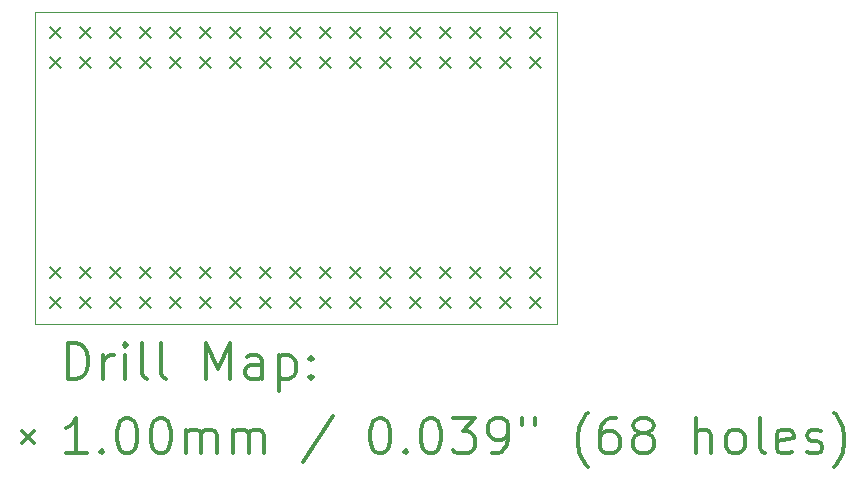
<source format=gbr>
%FSLAX45Y45*%
G04 Gerber Fmt 4.5, Leading zero omitted, Abs format (unit mm)*
G04 Created by KiCad (PCBNEW (5.1.6)-1) date 2022-09-19 12:58:51*
%MOMM*%
%LPD*%
G01*
G04 APERTURE LIST*
%TA.AperFunction,Profile*%
%ADD10C,0.050000*%
%TD*%
%ADD11C,0.200000*%
%ADD12C,0.300000*%
G04 APERTURE END LIST*
D10*
X12954000Y-8496300D02*
X17373600Y-8496300D01*
X12954000Y-11137900D02*
X12954000Y-8496300D01*
X17373600Y-11137900D02*
X12954000Y-11137900D01*
X17373600Y-8496300D02*
X17373600Y-11137900D01*
D11*
X13081800Y-10656100D02*
X13181800Y-10756100D01*
X13181800Y-10656100D02*
X13081800Y-10756100D01*
X13081800Y-10910100D02*
X13181800Y-11010100D01*
X13181800Y-10910100D02*
X13081800Y-11010100D01*
X13335800Y-10656100D02*
X13435800Y-10756100D01*
X13435800Y-10656100D02*
X13335800Y-10756100D01*
X13335800Y-10910100D02*
X13435800Y-11010100D01*
X13435800Y-10910100D02*
X13335800Y-11010100D01*
X13589800Y-10656100D02*
X13689800Y-10756100D01*
X13689800Y-10656100D02*
X13589800Y-10756100D01*
X13589800Y-10910100D02*
X13689800Y-11010100D01*
X13689800Y-10910100D02*
X13589800Y-11010100D01*
X13843800Y-10656100D02*
X13943800Y-10756100D01*
X13943800Y-10656100D02*
X13843800Y-10756100D01*
X13843800Y-10910100D02*
X13943800Y-11010100D01*
X13943800Y-10910100D02*
X13843800Y-11010100D01*
X14097800Y-10656100D02*
X14197800Y-10756100D01*
X14197800Y-10656100D02*
X14097800Y-10756100D01*
X14097800Y-10910100D02*
X14197800Y-11010100D01*
X14197800Y-10910100D02*
X14097800Y-11010100D01*
X14351800Y-10656100D02*
X14451800Y-10756100D01*
X14451800Y-10656100D02*
X14351800Y-10756100D01*
X14351800Y-10910100D02*
X14451800Y-11010100D01*
X14451800Y-10910100D02*
X14351800Y-11010100D01*
X14605800Y-10656100D02*
X14705800Y-10756100D01*
X14705800Y-10656100D02*
X14605800Y-10756100D01*
X14605800Y-10910100D02*
X14705800Y-11010100D01*
X14705800Y-10910100D02*
X14605800Y-11010100D01*
X14859800Y-10656100D02*
X14959800Y-10756100D01*
X14959800Y-10656100D02*
X14859800Y-10756100D01*
X14859800Y-10910100D02*
X14959800Y-11010100D01*
X14959800Y-10910100D02*
X14859800Y-11010100D01*
X15113800Y-10656100D02*
X15213800Y-10756100D01*
X15213800Y-10656100D02*
X15113800Y-10756100D01*
X15113800Y-10910100D02*
X15213800Y-11010100D01*
X15213800Y-10910100D02*
X15113800Y-11010100D01*
X15367800Y-10656100D02*
X15467800Y-10756100D01*
X15467800Y-10656100D02*
X15367800Y-10756100D01*
X15367800Y-10910100D02*
X15467800Y-11010100D01*
X15467800Y-10910100D02*
X15367800Y-11010100D01*
X15621800Y-10656100D02*
X15721800Y-10756100D01*
X15721800Y-10656100D02*
X15621800Y-10756100D01*
X15621800Y-10910100D02*
X15721800Y-11010100D01*
X15721800Y-10910100D02*
X15621800Y-11010100D01*
X15875800Y-10656100D02*
X15975800Y-10756100D01*
X15975800Y-10656100D02*
X15875800Y-10756100D01*
X15875800Y-10910100D02*
X15975800Y-11010100D01*
X15975800Y-10910100D02*
X15875800Y-11010100D01*
X16129800Y-10656100D02*
X16229800Y-10756100D01*
X16229800Y-10656100D02*
X16129800Y-10756100D01*
X16129800Y-10910100D02*
X16229800Y-11010100D01*
X16229800Y-10910100D02*
X16129800Y-11010100D01*
X16383800Y-10656100D02*
X16483800Y-10756100D01*
X16483800Y-10656100D02*
X16383800Y-10756100D01*
X16383800Y-10910100D02*
X16483800Y-11010100D01*
X16483800Y-10910100D02*
X16383800Y-11010100D01*
X16637800Y-10656100D02*
X16737800Y-10756100D01*
X16737800Y-10656100D02*
X16637800Y-10756100D01*
X16637800Y-10910100D02*
X16737800Y-11010100D01*
X16737800Y-10910100D02*
X16637800Y-11010100D01*
X16891800Y-10656100D02*
X16991800Y-10756100D01*
X16991800Y-10656100D02*
X16891800Y-10756100D01*
X16891800Y-10910100D02*
X16991800Y-11010100D01*
X16991800Y-10910100D02*
X16891800Y-11010100D01*
X17145800Y-10656100D02*
X17245800Y-10756100D01*
X17245800Y-10656100D02*
X17145800Y-10756100D01*
X17145800Y-10910100D02*
X17245800Y-11010100D01*
X17245800Y-10910100D02*
X17145800Y-11010100D01*
X13081800Y-8624100D02*
X13181800Y-8724100D01*
X13181800Y-8624100D02*
X13081800Y-8724100D01*
X13081800Y-8878100D02*
X13181800Y-8978100D01*
X13181800Y-8878100D02*
X13081800Y-8978100D01*
X13335800Y-8624100D02*
X13435800Y-8724100D01*
X13435800Y-8624100D02*
X13335800Y-8724100D01*
X13335800Y-8878100D02*
X13435800Y-8978100D01*
X13435800Y-8878100D02*
X13335800Y-8978100D01*
X13589800Y-8624100D02*
X13689800Y-8724100D01*
X13689800Y-8624100D02*
X13589800Y-8724100D01*
X13589800Y-8878100D02*
X13689800Y-8978100D01*
X13689800Y-8878100D02*
X13589800Y-8978100D01*
X13843800Y-8624100D02*
X13943800Y-8724100D01*
X13943800Y-8624100D02*
X13843800Y-8724100D01*
X13843800Y-8878100D02*
X13943800Y-8978100D01*
X13943800Y-8878100D02*
X13843800Y-8978100D01*
X14097800Y-8624100D02*
X14197800Y-8724100D01*
X14197800Y-8624100D02*
X14097800Y-8724100D01*
X14097800Y-8878100D02*
X14197800Y-8978100D01*
X14197800Y-8878100D02*
X14097800Y-8978100D01*
X14351800Y-8624100D02*
X14451800Y-8724100D01*
X14451800Y-8624100D02*
X14351800Y-8724100D01*
X14351800Y-8878100D02*
X14451800Y-8978100D01*
X14451800Y-8878100D02*
X14351800Y-8978100D01*
X14605800Y-8624100D02*
X14705800Y-8724100D01*
X14705800Y-8624100D02*
X14605800Y-8724100D01*
X14605800Y-8878100D02*
X14705800Y-8978100D01*
X14705800Y-8878100D02*
X14605800Y-8978100D01*
X14859800Y-8624100D02*
X14959800Y-8724100D01*
X14959800Y-8624100D02*
X14859800Y-8724100D01*
X14859800Y-8878100D02*
X14959800Y-8978100D01*
X14959800Y-8878100D02*
X14859800Y-8978100D01*
X15113800Y-8624100D02*
X15213800Y-8724100D01*
X15213800Y-8624100D02*
X15113800Y-8724100D01*
X15113800Y-8878100D02*
X15213800Y-8978100D01*
X15213800Y-8878100D02*
X15113800Y-8978100D01*
X15367800Y-8624100D02*
X15467800Y-8724100D01*
X15467800Y-8624100D02*
X15367800Y-8724100D01*
X15367800Y-8878100D02*
X15467800Y-8978100D01*
X15467800Y-8878100D02*
X15367800Y-8978100D01*
X15621800Y-8624100D02*
X15721800Y-8724100D01*
X15721800Y-8624100D02*
X15621800Y-8724100D01*
X15621800Y-8878100D02*
X15721800Y-8978100D01*
X15721800Y-8878100D02*
X15621800Y-8978100D01*
X15875800Y-8624100D02*
X15975800Y-8724100D01*
X15975800Y-8624100D02*
X15875800Y-8724100D01*
X15875800Y-8878100D02*
X15975800Y-8978100D01*
X15975800Y-8878100D02*
X15875800Y-8978100D01*
X16129800Y-8624100D02*
X16229800Y-8724100D01*
X16229800Y-8624100D02*
X16129800Y-8724100D01*
X16129800Y-8878100D02*
X16229800Y-8978100D01*
X16229800Y-8878100D02*
X16129800Y-8978100D01*
X16383800Y-8624100D02*
X16483800Y-8724100D01*
X16483800Y-8624100D02*
X16383800Y-8724100D01*
X16383800Y-8878100D02*
X16483800Y-8978100D01*
X16483800Y-8878100D02*
X16383800Y-8978100D01*
X16637800Y-8624100D02*
X16737800Y-8724100D01*
X16737800Y-8624100D02*
X16637800Y-8724100D01*
X16637800Y-8878100D02*
X16737800Y-8978100D01*
X16737800Y-8878100D02*
X16637800Y-8978100D01*
X16891800Y-8624100D02*
X16991800Y-8724100D01*
X16991800Y-8624100D02*
X16891800Y-8724100D01*
X16891800Y-8878100D02*
X16991800Y-8978100D01*
X16991800Y-8878100D02*
X16891800Y-8978100D01*
X17145800Y-8624100D02*
X17245800Y-8724100D01*
X17245800Y-8624100D02*
X17145800Y-8724100D01*
X17145800Y-8878100D02*
X17245800Y-8978100D01*
X17245800Y-8878100D02*
X17145800Y-8978100D01*
D12*
X13237928Y-11606114D02*
X13237928Y-11306114D01*
X13309357Y-11306114D01*
X13352214Y-11320400D01*
X13380786Y-11348971D01*
X13395071Y-11377543D01*
X13409357Y-11434686D01*
X13409357Y-11477543D01*
X13395071Y-11534686D01*
X13380786Y-11563257D01*
X13352214Y-11591829D01*
X13309357Y-11606114D01*
X13237928Y-11606114D01*
X13537928Y-11606114D02*
X13537928Y-11406114D01*
X13537928Y-11463257D02*
X13552214Y-11434686D01*
X13566500Y-11420400D01*
X13595071Y-11406114D01*
X13623643Y-11406114D01*
X13723643Y-11606114D02*
X13723643Y-11406114D01*
X13723643Y-11306114D02*
X13709357Y-11320400D01*
X13723643Y-11334686D01*
X13737928Y-11320400D01*
X13723643Y-11306114D01*
X13723643Y-11334686D01*
X13909357Y-11606114D02*
X13880786Y-11591829D01*
X13866500Y-11563257D01*
X13866500Y-11306114D01*
X14066500Y-11606114D02*
X14037928Y-11591829D01*
X14023643Y-11563257D01*
X14023643Y-11306114D01*
X14409357Y-11606114D02*
X14409357Y-11306114D01*
X14509357Y-11520400D01*
X14609357Y-11306114D01*
X14609357Y-11606114D01*
X14880786Y-11606114D02*
X14880786Y-11448971D01*
X14866500Y-11420400D01*
X14837928Y-11406114D01*
X14780786Y-11406114D01*
X14752214Y-11420400D01*
X14880786Y-11591829D02*
X14852214Y-11606114D01*
X14780786Y-11606114D01*
X14752214Y-11591829D01*
X14737928Y-11563257D01*
X14737928Y-11534686D01*
X14752214Y-11506114D01*
X14780786Y-11491829D01*
X14852214Y-11491829D01*
X14880786Y-11477543D01*
X15023643Y-11406114D02*
X15023643Y-11706114D01*
X15023643Y-11420400D02*
X15052214Y-11406114D01*
X15109357Y-11406114D01*
X15137928Y-11420400D01*
X15152214Y-11434686D01*
X15166500Y-11463257D01*
X15166500Y-11548971D01*
X15152214Y-11577543D01*
X15137928Y-11591829D01*
X15109357Y-11606114D01*
X15052214Y-11606114D01*
X15023643Y-11591829D01*
X15295071Y-11577543D02*
X15309357Y-11591829D01*
X15295071Y-11606114D01*
X15280786Y-11591829D01*
X15295071Y-11577543D01*
X15295071Y-11606114D01*
X15295071Y-11420400D02*
X15309357Y-11434686D01*
X15295071Y-11448971D01*
X15280786Y-11434686D01*
X15295071Y-11420400D01*
X15295071Y-11448971D01*
X12851500Y-12050400D02*
X12951500Y-12150400D01*
X12951500Y-12050400D02*
X12851500Y-12150400D01*
X13395071Y-12236114D02*
X13223643Y-12236114D01*
X13309357Y-12236114D02*
X13309357Y-11936114D01*
X13280786Y-11978971D01*
X13252214Y-12007543D01*
X13223643Y-12021829D01*
X13523643Y-12207543D02*
X13537928Y-12221829D01*
X13523643Y-12236114D01*
X13509357Y-12221829D01*
X13523643Y-12207543D01*
X13523643Y-12236114D01*
X13723643Y-11936114D02*
X13752214Y-11936114D01*
X13780786Y-11950400D01*
X13795071Y-11964686D01*
X13809357Y-11993257D01*
X13823643Y-12050400D01*
X13823643Y-12121829D01*
X13809357Y-12178971D01*
X13795071Y-12207543D01*
X13780786Y-12221829D01*
X13752214Y-12236114D01*
X13723643Y-12236114D01*
X13695071Y-12221829D01*
X13680786Y-12207543D01*
X13666500Y-12178971D01*
X13652214Y-12121829D01*
X13652214Y-12050400D01*
X13666500Y-11993257D01*
X13680786Y-11964686D01*
X13695071Y-11950400D01*
X13723643Y-11936114D01*
X14009357Y-11936114D02*
X14037928Y-11936114D01*
X14066500Y-11950400D01*
X14080786Y-11964686D01*
X14095071Y-11993257D01*
X14109357Y-12050400D01*
X14109357Y-12121829D01*
X14095071Y-12178971D01*
X14080786Y-12207543D01*
X14066500Y-12221829D01*
X14037928Y-12236114D01*
X14009357Y-12236114D01*
X13980786Y-12221829D01*
X13966500Y-12207543D01*
X13952214Y-12178971D01*
X13937928Y-12121829D01*
X13937928Y-12050400D01*
X13952214Y-11993257D01*
X13966500Y-11964686D01*
X13980786Y-11950400D01*
X14009357Y-11936114D01*
X14237928Y-12236114D02*
X14237928Y-12036114D01*
X14237928Y-12064686D02*
X14252214Y-12050400D01*
X14280786Y-12036114D01*
X14323643Y-12036114D01*
X14352214Y-12050400D01*
X14366500Y-12078971D01*
X14366500Y-12236114D01*
X14366500Y-12078971D02*
X14380786Y-12050400D01*
X14409357Y-12036114D01*
X14452214Y-12036114D01*
X14480786Y-12050400D01*
X14495071Y-12078971D01*
X14495071Y-12236114D01*
X14637928Y-12236114D02*
X14637928Y-12036114D01*
X14637928Y-12064686D02*
X14652214Y-12050400D01*
X14680786Y-12036114D01*
X14723643Y-12036114D01*
X14752214Y-12050400D01*
X14766500Y-12078971D01*
X14766500Y-12236114D01*
X14766500Y-12078971D02*
X14780786Y-12050400D01*
X14809357Y-12036114D01*
X14852214Y-12036114D01*
X14880786Y-12050400D01*
X14895071Y-12078971D01*
X14895071Y-12236114D01*
X15480786Y-11921829D02*
X15223643Y-12307543D01*
X15866500Y-11936114D02*
X15895071Y-11936114D01*
X15923643Y-11950400D01*
X15937928Y-11964686D01*
X15952214Y-11993257D01*
X15966500Y-12050400D01*
X15966500Y-12121829D01*
X15952214Y-12178971D01*
X15937928Y-12207543D01*
X15923643Y-12221829D01*
X15895071Y-12236114D01*
X15866500Y-12236114D01*
X15837928Y-12221829D01*
X15823643Y-12207543D01*
X15809357Y-12178971D01*
X15795071Y-12121829D01*
X15795071Y-12050400D01*
X15809357Y-11993257D01*
X15823643Y-11964686D01*
X15837928Y-11950400D01*
X15866500Y-11936114D01*
X16095071Y-12207543D02*
X16109357Y-12221829D01*
X16095071Y-12236114D01*
X16080786Y-12221829D01*
X16095071Y-12207543D01*
X16095071Y-12236114D01*
X16295071Y-11936114D02*
X16323643Y-11936114D01*
X16352214Y-11950400D01*
X16366500Y-11964686D01*
X16380786Y-11993257D01*
X16395071Y-12050400D01*
X16395071Y-12121829D01*
X16380786Y-12178971D01*
X16366500Y-12207543D01*
X16352214Y-12221829D01*
X16323643Y-12236114D01*
X16295071Y-12236114D01*
X16266500Y-12221829D01*
X16252214Y-12207543D01*
X16237928Y-12178971D01*
X16223643Y-12121829D01*
X16223643Y-12050400D01*
X16237928Y-11993257D01*
X16252214Y-11964686D01*
X16266500Y-11950400D01*
X16295071Y-11936114D01*
X16495071Y-11936114D02*
X16680786Y-11936114D01*
X16580786Y-12050400D01*
X16623643Y-12050400D01*
X16652214Y-12064686D01*
X16666500Y-12078971D01*
X16680786Y-12107543D01*
X16680786Y-12178971D01*
X16666500Y-12207543D01*
X16652214Y-12221829D01*
X16623643Y-12236114D01*
X16537928Y-12236114D01*
X16509357Y-12221829D01*
X16495071Y-12207543D01*
X16823643Y-12236114D02*
X16880786Y-12236114D01*
X16909357Y-12221829D01*
X16923643Y-12207543D01*
X16952214Y-12164686D01*
X16966500Y-12107543D01*
X16966500Y-11993257D01*
X16952214Y-11964686D01*
X16937928Y-11950400D01*
X16909357Y-11936114D01*
X16852214Y-11936114D01*
X16823643Y-11950400D01*
X16809357Y-11964686D01*
X16795071Y-11993257D01*
X16795071Y-12064686D01*
X16809357Y-12093257D01*
X16823643Y-12107543D01*
X16852214Y-12121829D01*
X16909357Y-12121829D01*
X16937928Y-12107543D01*
X16952214Y-12093257D01*
X16966500Y-12064686D01*
X17080786Y-11936114D02*
X17080786Y-11993257D01*
X17195071Y-11936114D02*
X17195071Y-11993257D01*
X17637928Y-12350400D02*
X17623643Y-12336114D01*
X17595071Y-12293257D01*
X17580786Y-12264686D01*
X17566500Y-12221829D01*
X17552214Y-12150400D01*
X17552214Y-12093257D01*
X17566500Y-12021829D01*
X17580786Y-11978971D01*
X17595071Y-11950400D01*
X17623643Y-11907543D01*
X17637928Y-11893257D01*
X17880786Y-11936114D02*
X17823643Y-11936114D01*
X17795071Y-11950400D01*
X17780786Y-11964686D01*
X17752214Y-12007543D01*
X17737928Y-12064686D01*
X17737928Y-12178971D01*
X17752214Y-12207543D01*
X17766500Y-12221829D01*
X17795071Y-12236114D01*
X17852214Y-12236114D01*
X17880786Y-12221829D01*
X17895071Y-12207543D01*
X17909357Y-12178971D01*
X17909357Y-12107543D01*
X17895071Y-12078971D01*
X17880786Y-12064686D01*
X17852214Y-12050400D01*
X17795071Y-12050400D01*
X17766500Y-12064686D01*
X17752214Y-12078971D01*
X17737928Y-12107543D01*
X18080786Y-12064686D02*
X18052214Y-12050400D01*
X18037928Y-12036114D01*
X18023643Y-12007543D01*
X18023643Y-11993257D01*
X18037928Y-11964686D01*
X18052214Y-11950400D01*
X18080786Y-11936114D01*
X18137928Y-11936114D01*
X18166500Y-11950400D01*
X18180786Y-11964686D01*
X18195071Y-11993257D01*
X18195071Y-12007543D01*
X18180786Y-12036114D01*
X18166500Y-12050400D01*
X18137928Y-12064686D01*
X18080786Y-12064686D01*
X18052214Y-12078971D01*
X18037928Y-12093257D01*
X18023643Y-12121829D01*
X18023643Y-12178971D01*
X18037928Y-12207543D01*
X18052214Y-12221829D01*
X18080786Y-12236114D01*
X18137928Y-12236114D01*
X18166500Y-12221829D01*
X18180786Y-12207543D01*
X18195071Y-12178971D01*
X18195071Y-12121829D01*
X18180786Y-12093257D01*
X18166500Y-12078971D01*
X18137928Y-12064686D01*
X18552214Y-12236114D02*
X18552214Y-11936114D01*
X18680786Y-12236114D02*
X18680786Y-12078971D01*
X18666500Y-12050400D01*
X18637928Y-12036114D01*
X18595071Y-12036114D01*
X18566500Y-12050400D01*
X18552214Y-12064686D01*
X18866500Y-12236114D02*
X18837928Y-12221829D01*
X18823643Y-12207543D01*
X18809357Y-12178971D01*
X18809357Y-12093257D01*
X18823643Y-12064686D01*
X18837928Y-12050400D01*
X18866500Y-12036114D01*
X18909357Y-12036114D01*
X18937928Y-12050400D01*
X18952214Y-12064686D01*
X18966500Y-12093257D01*
X18966500Y-12178971D01*
X18952214Y-12207543D01*
X18937928Y-12221829D01*
X18909357Y-12236114D01*
X18866500Y-12236114D01*
X19137928Y-12236114D02*
X19109357Y-12221829D01*
X19095071Y-12193257D01*
X19095071Y-11936114D01*
X19366500Y-12221829D02*
X19337928Y-12236114D01*
X19280786Y-12236114D01*
X19252214Y-12221829D01*
X19237928Y-12193257D01*
X19237928Y-12078971D01*
X19252214Y-12050400D01*
X19280786Y-12036114D01*
X19337928Y-12036114D01*
X19366500Y-12050400D01*
X19380786Y-12078971D01*
X19380786Y-12107543D01*
X19237928Y-12136114D01*
X19495071Y-12221829D02*
X19523643Y-12236114D01*
X19580786Y-12236114D01*
X19609357Y-12221829D01*
X19623643Y-12193257D01*
X19623643Y-12178971D01*
X19609357Y-12150400D01*
X19580786Y-12136114D01*
X19537928Y-12136114D01*
X19509357Y-12121829D01*
X19495071Y-12093257D01*
X19495071Y-12078971D01*
X19509357Y-12050400D01*
X19537928Y-12036114D01*
X19580786Y-12036114D01*
X19609357Y-12050400D01*
X19723643Y-12350400D02*
X19737928Y-12336114D01*
X19766500Y-12293257D01*
X19780786Y-12264686D01*
X19795071Y-12221829D01*
X19809357Y-12150400D01*
X19809357Y-12093257D01*
X19795071Y-12021829D01*
X19780786Y-11978971D01*
X19766500Y-11950400D01*
X19737928Y-11907543D01*
X19723643Y-11893257D01*
M02*

</source>
